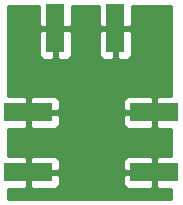
<source format=gbl>
G04 #@! TF.GenerationSoftware,KiCad,Pcbnew,5.0.1*
G04 #@! TF.CreationDate,2018-12-16T13:39:03+01:00*
G04 #@! TF.ProjectId,RFSampler,524653616D706C65722E6B696361645F,rev?*
G04 #@! TF.SameCoordinates,PX617fb78PY6ed25c8*
G04 #@! TF.FileFunction,Copper,L2,Bot,Signal*
G04 #@! TF.FilePolarity,Positive*
%FSLAX46Y46*%
G04 Gerber Fmt 4.6, Leading zero omitted, Abs format (unit mm)*
G04 Created by KiCad (PCBNEW 5.0.1) date So 16 Dez 2018 13:39:03 CET*
%MOMM*%
%LPD*%
G01*
G04 APERTURE LIST*
G04 #@! TA.AperFunction,SMDPad,CuDef*
%ADD10R,4.064000X1.524000*%
G04 #@! TD*
G04 #@! TA.AperFunction,SMDPad,CuDef*
%ADD11R,1.524000X4.064000*%
G04 #@! TD*
G04 #@! TA.AperFunction,ViaPad*
%ADD12C,0.609600*%
G04 #@! TD*
G04 #@! TA.AperFunction,Conductor*
%ADD13C,0.203200*%
G04 #@! TD*
G04 #@! TA.AperFunction,Conductor*
%ADD14C,0.254000*%
G04 #@! TD*
G04 APERTURE END LIST*
D10*
G04 #@! TO.P,J3,2*
G04 #@! TO.N,GND*
X2413000Y2921000D03*
X2413000Y8001000D03*
G04 #@! TD*
D11*
G04 #@! TO.P,J1,2*
G04 #@! TO.N,GND*
X4699000Y15113000D03*
X9779000Y15113000D03*
G04 #@! TD*
D10*
G04 #@! TO.P,J2,2*
G04 #@! TO.N,GND*
X13081000Y2921000D03*
X13081000Y8001000D03*
G04 #@! TD*
D12*
G04 #@! TO.N,GND*
X5969000Y2921000D03*
X7493000Y2921000D03*
X9525000Y2921000D03*
X10033000Y8001000D03*
X9017000Y8001000D03*
X5207000Y8001000D03*
X4699000Y12065000D03*
X4699000Y10795000D03*
X4699000Y9779000D03*
X9779000Y12065000D03*
X10033000Y9271000D03*
G04 #@! TD*
D13*
G04 #@! TO.N,GND*
X5969000Y2921000D02*
X7493000Y2921000D01*
X13081000Y8001000D02*
X10033000Y8001000D01*
X9017000Y8001000D02*
X5207000Y8001000D01*
X4699000Y12065000D02*
X4699000Y10795000D01*
X9779000Y15113000D02*
X9779000Y12065000D01*
G04 #@! TD*
D14*
G04 #@! TO.N,GND*
G36*
X3302000Y15398750D02*
X3460750Y15240000D01*
X4572000Y15240000D01*
X4572000Y15260000D01*
X4826000Y15260000D01*
X4826000Y15240000D01*
X5937250Y15240000D01*
X6096000Y15398750D01*
X6096000Y17018000D01*
X8382000Y17018000D01*
X8382000Y15398750D01*
X8540750Y15240000D01*
X9652000Y15240000D01*
X9652000Y15260000D01*
X9906000Y15260000D01*
X9906000Y15240000D01*
X11017250Y15240000D01*
X11176000Y15398750D01*
X11176000Y17018000D01*
X14530000Y17018000D01*
X14530000Y9398000D01*
X13366750Y9398000D01*
X13208000Y9239250D01*
X13208000Y8128000D01*
X13228000Y8128000D01*
X13228000Y7874000D01*
X13208000Y7874000D01*
X13208000Y6762750D01*
X13366750Y6604000D01*
X14530001Y6604000D01*
X14530001Y4318000D01*
X13366750Y4318000D01*
X13208000Y4159250D01*
X13208000Y3048000D01*
X13228000Y3048000D01*
X13228000Y2794000D01*
X13208000Y2794000D01*
X13208000Y1682750D01*
X13366750Y1524000D01*
X14530001Y1524000D01*
X14530001Y710000D01*
X710000Y710000D01*
X710000Y1524000D01*
X2127250Y1524000D01*
X2286000Y1682750D01*
X2286000Y2794000D01*
X2540000Y2794000D01*
X2540000Y1682750D01*
X2698750Y1524000D01*
X4571309Y1524000D01*
X4804698Y1620673D01*
X4983327Y1799301D01*
X5080000Y2032690D01*
X5080000Y2635250D01*
X10414000Y2635250D01*
X10414000Y2032690D01*
X10510673Y1799301D01*
X10689302Y1620673D01*
X10922691Y1524000D01*
X12795250Y1524000D01*
X12954000Y1682750D01*
X12954000Y2794000D01*
X10572750Y2794000D01*
X10414000Y2635250D01*
X5080000Y2635250D01*
X4921250Y2794000D01*
X2540000Y2794000D01*
X2286000Y2794000D01*
X2266000Y2794000D01*
X2266000Y3048000D01*
X2286000Y3048000D01*
X2286000Y4159250D01*
X2540000Y4159250D01*
X2540000Y3048000D01*
X4921250Y3048000D01*
X5080000Y3206750D01*
X5080000Y3809310D01*
X10414000Y3809310D01*
X10414000Y3206750D01*
X10572750Y3048000D01*
X12954000Y3048000D01*
X12954000Y4159250D01*
X12795250Y4318000D01*
X10922691Y4318000D01*
X10689302Y4221327D01*
X10510673Y4042699D01*
X10414000Y3809310D01*
X5080000Y3809310D01*
X4983327Y4042699D01*
X4804698Y4221327D01*
X4571309Y4318000D01*
X2698750Y4318000D01*
X2540000Y4159250D01*
X2286000Y4159250D01*
X2127250Y4318000D01*
X710000Y4318000D01*
X710000Y6604000D01*
X2127250Y6604000D01*
X2286000Y6762750D01*
X2286000Y7874000D01*
X2540000Y7874000D01*
X2540000Y6762750D01*
X2698750Y6604000D01*
X4571309Y6604000D01*
X4804698Y6700673D01*
X4983327Y6879301D01*
X5080000Y7112690D01*
X5080000Y7715250D01*
X10414000Y7715250D01*
X10414000Y7112690D01*
X10510673Y6879301D01*
X10689302Y6700673D01*
X10922691Y6604000D01*
X12795250Y6604000D01*
X12954000Y6762750D01*
X12954000Y7874000D01*
X10572750Y7874000D01*
X10414000Y7715250D01*
X5080000Y7715250D01*
X4921250Y7874000D01*
X2540000Y7874000D01*
X2286000Y7874000D01*
X2266000Y7874000D01*
X2266000Y8128000D01*
X2286000Y8128000D01*
X2286000Y9239250D01*
X2540000Y9239250D01*
X2540000Y8128000D01*
X4921250Y8128000D01*
X5080000Y8286750D01*
X5080000Y8889310D01*
X10414000Y8889310D01*
X10414000Y8286750D01*
X10572750Y8128000D01*
X12954000Y8128000D01*
X12954000Y9239250D01*
X12795250Y9398000D01*
X10922691Y9398000D01*
X10689302Y9301327D01*
X10510673Y9122699D01*
X10414000Y8889310D01*
X5080000Y8889310D01*
X4983327Y9122699D01*
X4804698Y9301327D01*
X4571309Y9398000D01*
X2698750Y9398000D01*
X2540000Y9239250D01*
X2286000Y9239250D01*
X2127250Y9398000D01*
X710000Y9398000D01*
X710000Y14827250D01*
X3302000Y14827250D01*
X3302000Y12954691D01*
X3398673Y12721302D01*
X3577301Y12542673D01*
X3810690Y12446000D01*
X4413250Y12446000D01*
X4572000Y12604750D01*
X4572000Y14986000D01*
X4826000Y14986000D01*
X4826000Y12604750D01*
X4984750Y12446000D01*
X5587310Y12446000D01*
X5820699Y12542673D01*
X5999327Y12721302D01*
X6096000Y12954691D01*
X6096000Y14827250D01*
X8382000Y14827250D01*
X8382000Y12954691D01*
X8478673Y12721302D01*
X8657301Y12542673D01*
X8890690Y12446000D01*
X9493250Y12446000D01*
X9652000Y12604750D01*
X9652000Y14986000D01*
X9906000Y14986000D01*
X9906000Y12604750D01*
X10064750Y12446000D01*
X10667310Y12446000D01*
X10900699Y12542673D01*
X11079327Y12721302D01*
X11176000Y12954691D01*
X11176000Y14827250D01*
X11017250Y14986000D01*
X9906000Y14986000D01*
X9652000Y14986000D01*
X8540750Y14986000D01*
X8382000Y14827250D01*
X6096000Y14827250D01*
X5937250Y14986000D01*
X4826000Y14986000D01*
X4572000Y14986000D01*
X3460750Y14986000D01*
X3302000Y14827250D01*
X710000Y14827250D01*
X710000Y17018000D01*
X3302000Y17018000D01*
X3302000Y15398750D01*
X3302000Y15398750D01*
G37*
X3302000Y15398750D02*
X3460750Y15240000D01*
X4572000Y15240000D01*
X4572000Y15260000D01*
X4826000Y15260000D01*
X4826000Y15240000D01*
X5937250Y15240000D01*
X6096000Y15398750D01*
X6096000Y17018000D01*
X8382000Y17018000D01*
X8382000Y15398750D01*
X8540750Y15240000D01*
X9652000Y15240000D01*
X9652000Y15260000D01*
X9906000Y15260000D01*
X9906000Y15240000D01*
X11017250Y15240000D01*
X11176000Y15398750D01*
X11176000Y17018000D01*
X14530000Y17018000D01*
X14530000Y9398000D01*
X13366750Y9398000D01*
X13208000Y9239250D01*
X13208000Y8128000D01*
X13228000Y8128000D01*
X13228000Y7874000D01*
X13208000Y7874000D01*
X13208000Y6762750D01*
X13366750Y6604000D01*
X14530001Y6604000D01*
X14530001Y4318000D01*
X13366750Y4318000D01*
X13208000Y4159250D01*
X13208000Y3048000D01*
X13228000Y3048000D01*
X13228000Y2794000D01*
X13208000Y2794000D01*
X13208000Y1682750D01*
X13366750Y1524000D01*
X14530001Y1524000D01*
X14530001Y710000D01*
X710000Y710000D01*
X710000Y1524000D01*
X2127250Y1524000D01*
X2286000Y1682750D01*
X2286000Y2794000D01*
X2540000Y2794000D01*
X2540000Y1682750D01*
X2698750Y1524000D01*
X4571309Y1524000D01*
X4804698Y1620673D01*
X4983327Y1799301D01*
X5080000Y2032690D01*
X5080000Y2635250D01*
X10414000Y2635250D01*
X10414000Y2032690D01*
X10510673Y1799301D01*
X10689302Y1620673D01*
X10922691Y1524000D01*
X12795250Y1524000D01*
X12954000Y1682750D01*
X12954000Y2794000D01*
X10572750Y2794000D01*
X10414000Y2635250D01*
X5080000Y2635250D01*
X4921250Y2794000D01*
X2540000Y2794000D01*
X2286000Y2794000D01*
X2266000Y2794000D01*
X2266000Y3048000D01*
X2286000Y3048000D01*
X2286000Y4159250D01*
X2540000Y4159250D01*
X2540000Y3048000D01*
X4921250Y3048000D01*
X5080000Y3206750D01*
X5080000Y3809310D01*
X10414000Y3809310D01*
X10414000Y3206750D01*
X10572750Y3048000D01*
X12954000Y3048000D01*
X12954000Y4159250D01*
X12795250Y4318000D01*
X10922691Y4318000D01*
X10689302Y4221327D01*
X10510673Y4042699D01*
X10414000Y3809310D01*
X5080000Y3809310D01*
X4983327Y4042699D01*
X4804698Y4221327D01*
X4571309Y4318000D01*
X2698750Y4318000D01*
X2540000Y4159250D01*
X2286000Y4159250D01*
X2127250Y4318000D01*
X710000Y4318000D01*
X710000Y6604000D01*
X2127250Y6604000D01*
X2286000Y6762750D01*
X2286000Y7874000D01*
X2540000Y7874000D01*
X2540000Y6762750D01*
X2698750Y6604000D01*
X4571309Y6604000D01*
X4804698Y6700673D01*
X4983327Y6879301D01*
X5080000Y7112690D01*
X5080000Y7715250D01*
X10414000Y7715250D01*
X10414000Y7112690D01*
X10510673Y6879301D01*
X10689302Y6700673D01*
X10922691Y6604000D01*
X12795250Y6604000D01*
X12954000Y6762750D01*
X12954000Y7874000D01*
X10572750Y7874000D01*
X10414000Y7715250D01*
X5080000Y7715250D01*
X4921250Y7874000D01*
X2540000Y7874000D01*
X2286000Y7874000D01*
X2266000Y7874000D01*
X2266000Y8128000D01*
X2286000Y8128000D01*
X2286000Y9239250D01*
X2540000Y9239250D01*
X2540000Y8128000D01*
X4921250Y8128000D01*
X5080000Y8286750D01*
X5080000Y8889310D01*
X10414000Y8889310D01*
X10414000Y8286750D01*
X10572750Y8128000D01*
X12954000Y8128000D01*
X12954000Y9239250D01*
X12795250Y9398000D01*
X10922691Y9398000D01*
X10689302Y9301327D01*
X10510673Y9122699D01*
X10414000Y8889310D01*
X5080000Y8889310D01*
X4983327Y9122699D01*
X4804698Y9301327D01*
X4571309Y9398000D01*
X2698750Y9398000D01*
X2540000Y9239250D01*
X2286000Y9239250D01*
X2127250Y9398000D01*
X710000Y9398000D01*
X710000Y14827250D01*
X3302000Y14827250D01*
X3302000Y12954691D01*
X3398673Y12721302D01*
X3577301Y12542673D01*
X3810690Y12446000D01*
X4413250Y12446000D01*
X4572000Y12604750D01*
X4572000Y14986000D01*
X4826000Y14986000D01*
X4826000Y12604750D01*
X4984750Y12446000D01*
X5587310Y12446000D01*
X5820699Y12542673D01*
X5999327Y12721302D01*
X6096000Y12954691D01*
X6096000Y14827250D01*
X8382000Y14827250D01*
X8382000Y12954691D01*
X8478673Y12721302D01*
X8657301Y12542673D01*
X8890690Y12446000D01*
X9493250Y12446000D01*
X9652000Y12604750D01*
X9652000Y14986000D01*
X9906000Y14986000D01*
X9906000Y12604750D01*
X10064750Y12446000D01*
X10667310Y12446000D01*
X10900699Y12542673D01*
X11079327Y12721302D01*
X11176000Y12954691D01*
X11176000Y14827250D01*
X11017250Y14986000D01*
X9906000Y14986000D01*
X9652000Y14986000D01*
X8540750Y14986000D01*
X8382000Y14827250D01*
X6096000Y14827250D01*
X5937250Y14986000D01*
X4826000Y14986000D01*
X4572000Y14986000D01*
X3460750Y14986000D01*
X3302000Y14827250D01*
X710000Y14827250D01*
X710000Y17018000D01*
X3302000Y17018000D01*
X3302000Y15398750D01*
G04 #@! TD*
M02*

</source>
